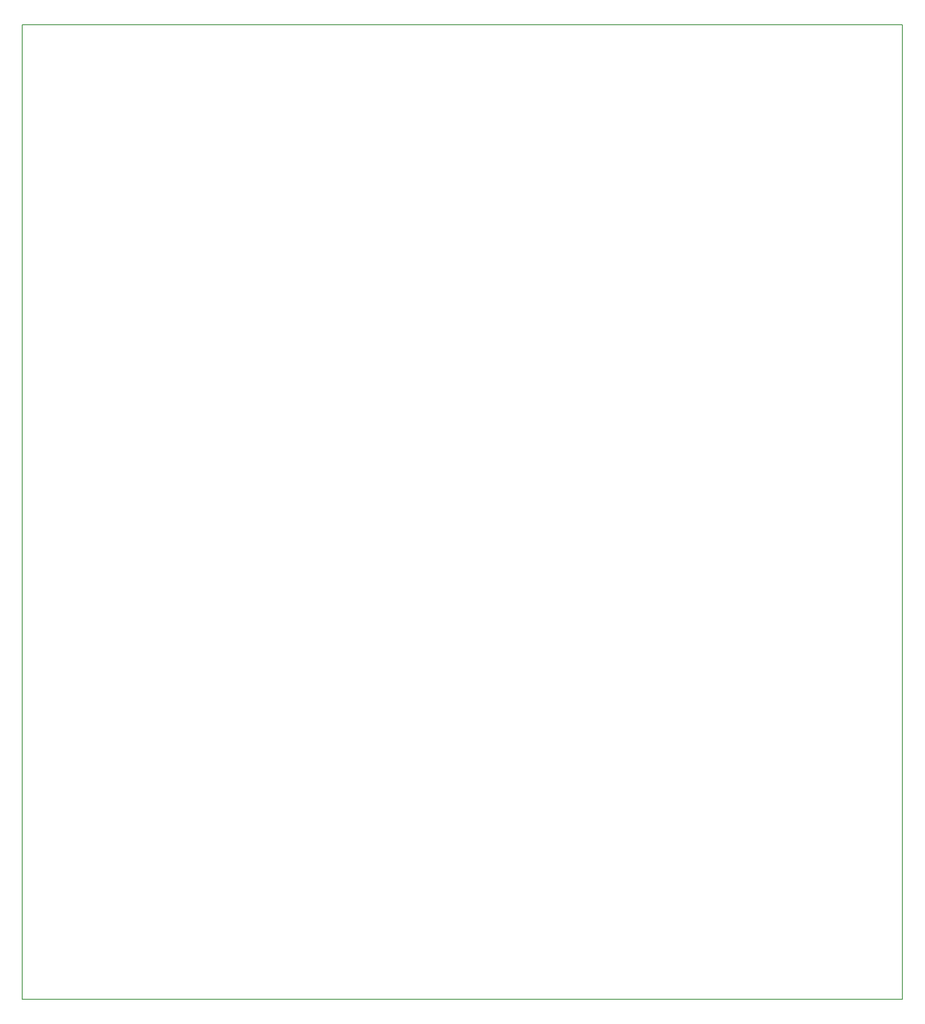
<source format=gbr>
G04 #@! TF.FileFunction,Profile,NP*
%FSLAX46Y46*%
G04 Gerber Fmt 4.6, Leading zero omitted, Abs format (unit mm)*
G04 Created by KiCad (PCBNEW 4.0.1-stable) date 02/05/2016 19:52:28*
%MOMM*%
G01*
G04 APERTURE LIST*
%ADD10C,0.100000*%
%ADD11C,0.150000*%
G04 APERTURE END LIST*
D10*
D11*
X66167000Y-41275000D02*
X66484500Y-41275000D01*
X241300000Y-41275000D02*
X66167000Y-41275000D01*
X241300000Y-60325000D02*
X241300000Y-41275000D01*
X63500000Y-41275000D02*
X66167000Y-41275000D01*
X63500000Y-60325000D02*
X63500000Y-41275000D01*
X63500000Y-238125000D02*
X63500000Y-60325000D01*
X241300000Y-238125000D02*
X63500000Y-238125000D01*
X241300000Y-60325000D02*
X241300000Y-238125000D01*
M02*

</source>
